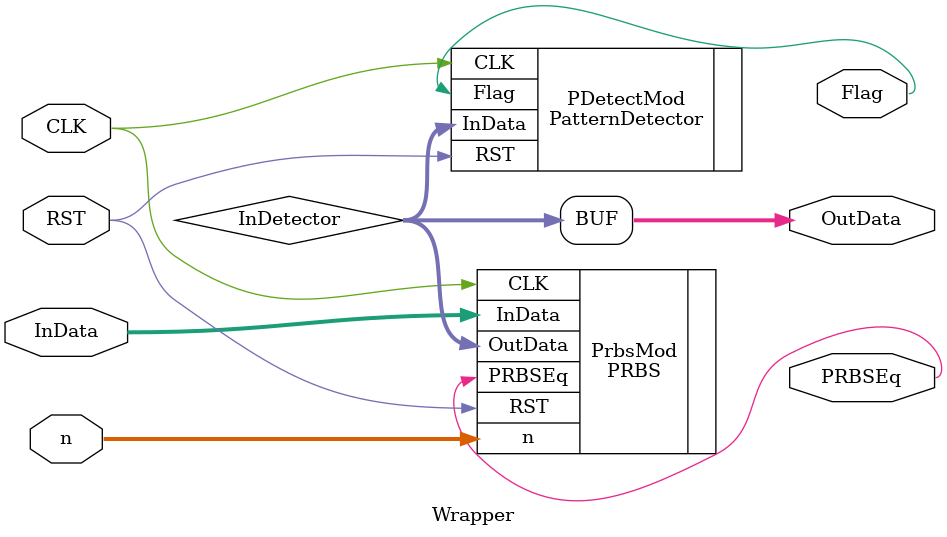
<source format=v>
module Wrapper #(parameter Type = 15 , parameter BusWidth = 8 , parameter NumWidth = 4 , parameter InPatternDetector = 32'haabbccdd , parameter nPatternDetector = 4'd4)  (

	input wire [BusWidth -1 : 0] InData,
	input wire [NumWidth -1 : 0] n,
	input wire CLK, 
	input wire RST,

	output wire Flag,

	output wire [BusWidth -1 : 0] OutData,
	output wire PRBSEq


);

wire [BusWidth -1 : 0] InDetector ;

PRBS PrbsMod (

	.InData(InData),
	.n(n),
	.CLK(CLK),
	.RST(RST),
	
	.OutData(InDetector),
	.PRBSEq(PRBSEq)
);

assign OutData = InDetector ;

PatternDetector PDetectMod (

	.InData(InDetector),
	.CLK(CLK),
	.RST(RST),
	
	.Flag(Flag)

);

endmodule 
</source>
